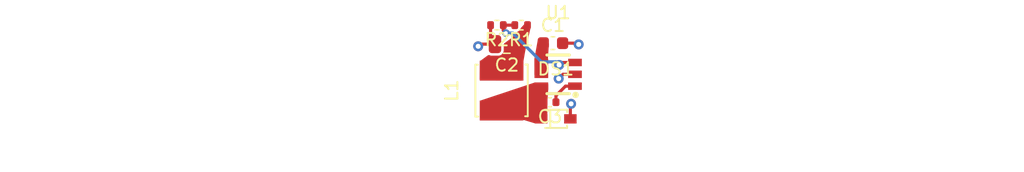
<source format=kicad_pcb>
(kicad_pcb (version 20240108) (generator "pcbnew") (generator_version "8.0")
  (layers (0 "F.Cu" signal) (31 "B.Cu" signal) (34 "B.Paste" user) (35 "F.Paste" user) (36 "B.SilkS" user "B.Silkscreen") (37 "F.SilkS" user "F.Silkscreen") (38 "B.Mask" user) (39 "F.Mask" user) (44 "Edge.Cuts" user))
  (net 0 "")
  (net 1 "sw")
  (net 2 "gnd")
  (net 3 "out")
  (net 4 "cb")
  (net 5 "vcc")
  (net 6 "vcc-1")
  (footprint "lib:R0402" (layer "F.Cu") (at 161.127739 87.992406 180)
    (property "Reference" "R2" (at 0 -1.17 180) (layer "F.SilkS"))
    (property "Value" "62.5mW Thick Film Resistors 50V ±100ppm/℃ ±1% 4.3kΩ 0402  Chip Resistor - Surface Mount ROHS")
    (fp_line (start -0.153641 0.38) (end 0.153641 0.38) (stroke (width 0.12)) (layer "F.SilkS"))
    (fp_line (start -0.153641 -0.38) (end 0.153641 -0.38) (stroke (width 0.12)) (layer "F.SilkS"))
    (pad "1" smd roundrect (at -0.51 0 180) (size 0.54 0.64) (layers "F.Cu" "F.Paste" "F.Mask") (net 3 "out"))
    (pad "2" smd roundrect (at 0.51 0 180) (size 0.54 0.64) (layers "F.Cu" "F.Paste" "F.Mask") (net 2 "gnd"))
  )
  (footprint "lib:C0805" (layer "F.Cu") (at 161.92246 89.514139 180)
    (property "Reference" "C2" (at 0 -1.68 180) (layer "F.SilkS"))
    (property "Value" "25V 10uF X5R ±10% 0805  Multilayer Ceramic Capacitors MLCC - SMD/SMT ROHS")
    (fp_line (start -0.261252 0.735) (end 0.261252 0.735) (stroke (width 0.12)) (layer "F.SilkS"))
    (fp_line (start -0.261252 -0.735) (end 0.261252 -0.735) (stroke (width 0.12)) (layer "F.SilkS"))
    (pad "1" smd roundrect (at -0.95 0 180) (size 1 1.45) (layers "F.Cu" "F.Paste" "F.Mask") (net 6 "vcc-1"))
    (pad "2" smd roundrect (at 0.95 0 180) (size 1 1.45) (layers "F.Cu" "F.Paste" "F.Mask") (net 2 "gnd"))
  )
  (footprint "lib:SOD-323_L1.8-W1.3-LS2.5-RD" (layer "F.Cu") (at 165.848216 95.507903)
    (property "Reference" "DS1" (at 0 -4 0) (layer "F.SilkS"))
    (property "Value" "")
    (fp_line (start -0.85 -0.73) (end 0.91 -0.73) (stroke (width 0.15)) (layer "F.SilkS"))
    (fp_line (start -0.85 0.73) (end 0.91 0.73) (stroke (width 0.15)) (layer "F.SilkS"))
    (fp_line (start -0.44 -0.73) (end -0.44 0.73) (stroke (width 0.15)) (layer "F.SilkS"))
    (fp_line (start 0.91 -0.73) (end 0.91 -0.53) (stroke (width 0.15)) (layer "F.SilkS"))
    (fp_line (start 0.91 0.73) (end 0.91 0.52) (stroke (width 0.15)) (layer "F.SilkS"))
    (pad "1" smd rect (at -1.17 0) (size 1 0.75) (layers "F.Cu" "F.Paste" "F.Mask") (net 1 "sw"))
    (pad "2" smd rect (at 1.17 0) (size 1 0.75) (layers "F.Cu" "F.Paste" "F.Mask") (net 2 "gnd"))
  )
  (footprint "lib:C0603" (layer "F.Cu") (at 165.620952 89.437437)
    (property "Reference" "C1" (at 0 -1.43 0) (layer "F.SilkS"))
    (property "Value" "10V 10uF X5R ±10% 0603  Multilayer Ceramic Capacitors MLCC - SMD/SMT ROHS")
    (fp_line (start -0.14058 -0.51) (end 0.14058 -0.51) (stroke (width 0.12)) (layer "F.SilkS"))
    (fp_line (start -0.14058 0.51) (end 0.14058 0.51) (stroke (width 0.12)) (layer "F.SilkS"))
    (pad "1" smd roundrect (at -0.775 0) (size 0.9 0.95) (layers "F.Cu" "F.Paste" "F.Mask") (net 5 "vcc"))
    (pad "2" smd roundrect (at 0.775 0) (size 0.9 0.95) (layers "F.Cu" "F.Paste" "F.Mask") (net 2 "gnd"))
  )
  (footprint "lib:R0402" (layer "F.Cu") (at 163.071145 87.992406 180)
    (property "Reference" "R1" (at 0 -1.17 180) (layer "F.SilkS"))
    (property "Value" "62.5mW Thick Film Resistors 50V ±100ppm/℃ ±1% 14.3kΩ 0402  Chip Resistor - Surface Mount ROHS")
    (fp_line (start -0.153641 0.38) (end 0.153641 0.38) (stroke (width 0.12)) (layer "F.SilkS"))
    (fp_line (start -0.153641 -0.38) (end 0.153641 -0.38) (stroke (width 0.12)) (layer "F.SilkS"))
    (pad "1" smd roundrect (at -0.51 0 180) (size 0.54 0.64) (layers "F.Cu" "F.Paste" "F.Mask") (net 6 "vcc-1"))
    (pad "2" smd roundrect (at 0.51 0 180) (size 0.54 0.64) (layers "F.Cu" "F.Paste" "F.Mask") (net 3 "out"))
  )
  (footprint "lib:IND-SMD_L4.0-W4.0" (layer "F.Cu") (at 161.500408 93.240832 90)
    (property "Reference" "L1" (at 0 -4 -90) (layer "F.SilkS"))
    (property "Value" "")
    (fp_line (start 2.08 -2.1) (end -2.09 -2.1) (stroke (width 0.15)) (layer "F.SilkS"))
    (fp_line (start -2.09 -2.1) (end -2.09 -1.88) (stroke (width 0.15)) (layer "F.SilkS"))
    (fp_line (start 2.07 -1.9) (end 2.08 -2.1) (stroke (width 0.15)) (layer "F.SilkS"))
    (fp_line (start -2.06 1.89) (end -2.06 2.1) (stroke (width 0.15)) (layer "F.SilkS"))
    (fp_line (start 2.09 2.1) (end 2.09 1.9) (stroke (width 0.15)) (layer "F.SilkS"))
    (fp_line (start -2.06 2.1) (end 2.09 2.1) (stroke (width 0.15)) (layer "F.SilkS"))
    (pad "1" smd rect (at -1.6 0 90) (size 1.6 3.5) (layers "F.Cu" "F.Paste" "F.Mask") (net 1 "sw"))
    (pad "2" smd rect (at 1.6 0 90) (size 1.6 3.5) (layers "F.Cu" "F.Paste" "F.Mask") (net 6 "vcc-1"))
  )
  (footprint "lib:C0402" (layer "F.Cu") (at 165.38238 94.172505 180)
    (property "Reference" "C3" (at 0 -1.16 180) (layer "F.SilkS"))
    (property "Value" "16V 100nF X7R ±10% 0402  Multilayer Ceramic Capacitors MLCC - SMD/SMT ROHS")
    (fp_line (start -0.107836 0.36) (end 0.107836 0.36) (stroke (width 0.12)) (layer "F.SilkS"))
    (fp_line (start -0.107836 -0.36) (end 0.107836 -0.36) (stroke (width 0.12)) (layer "F.SilkS"))
    (pad "1" smd roundrect (at -0.48 0 180) (size 0.56 0.62) (layers "F.Cu" "F.Paste" "F.Mask") (net 4 "cb"))
    (pad "2" smd roundrect (at 0.48 0 180) (size 0.56 0.62) (layers "F.Cu" "F.Paste" "F.Mask") (net 1 "sw"))
  )
  (footprint "lib:SOT-23-6_L2.9-W1.6-P0.95-LS2.8-BR" (layer "F.Cu") (at 166.039 91.936)
    (property "Reference" "U1" (at 0 -4.95 0) (layer "F.SilkS"))
    (property "Value" "")
    (fp_line (start -0.9 -1.55) (end 0.9 -1.55) (stroke (width 0.25)) (layer "F.SilkS"))
    (fp_line (start -0.9 1.55) (end 0.9 1.55) (stroke (width 0.25)) (layer "F.SilkS"))
    (fp_circle (center 1.4 1.65) (end 1.53 1.65) (stroke (width 0.25)) (fill none) (layer "F.SilkS"))
    (pad "1" smd rect (at 1.35 0.95) (size 1.1 0.6) (layers "F.Cu" "F.Paste" "F.Mask") (net 4 "cb"))
    (pad "2" smd rect (at 1.35 0) (size 1.1 0.6) (layers "F.Cu" "F.Paste" "F.Mask") (net 2 "gnd"))
    (pad "3" smd rect (at 1.35 -0.95) (size 1.1 0.6) (layers "F.Cu" "F.Paste" "F.Mask") (net 3 "out"))
    (pad "4" smd rect (at -1.35 -0.95) (size 1.1 0.6) (layers "F.Cu" "F.Paste" "F.Mask") (net 5 "vcc"))
    (pad "5" smd rect (at -1.35 0) (size 1.1 0.6) (layers "F.Cu" "F.Paste" "F.Mask") (net 5 "vcc"))
    (pad "6" smd rect (at -1.35 0.95) (size 1.1 0.6) (layers "F.Cu" "F.Paste" "F.Mask") (net 1 "sw"))
  )
  (segment (start 167.018216 94.360163) (end 167.077115 94.301264) (width 0.25) (layer "F.Cu") (net 2))
  (segment (start 166.395952 89.437437) (end 167.585169 89.437437) (width 0.25) (layer "F.Cu") (net 2))
  (segment (start 166.42555 91.936) (end 166.081153 92.280397) (width 0.25) (layer "F.Cu") (net 2))
  (segment (start 167.585169 89.437437) (end 167.685557 89.537825) (width 0.25) (layer "F.Cu") (net 2))
  (segment (start 160.97246 89.514139) (end 159.796924 89.514139) (width 0.25) (layer "F.Cu") (net 2))
  (segment (start 159.796924 89.514139) (end 159.622396 89.688667) (width 0.25) (layer "F.Cu") (net 2))
  (segment (start 167.389 91.936) (end 166.42555 91.936) (width 0.25) (layer "F.Cu") (net 2))
  (segment (start 160.617739 89.159418) (end 160.97246 89.514139) (width 0.25) (layer "F.Cu") (net 2))
  (segment (start 167.018216 95.507903) (end 167.018216 94.360163) (width 0.25) (layer "F.Cu") (net 2))
  (segment (start 160.617739 87.992406) (end 160.617739 89.159418) (width 0.25) (layer "F.Cu") (net 2))
  (via (at 167.685557 89.537825) (size 0.8) (drill 0.4) (layers "F.Cu" "B.Cu") (net 2))
  (via (at 159.622396 89.688667) (size 0.8) (drill 0.4) (layers "F.Cu" "B.Cu") (net 2))
  (via (at 167.077115 94.301264) (size 0.8) (drill 0.4) (layers "F.Cu" "B.Cu") (net 2))
  (via (at 166.081153 92.280397) (size 0.8) (drill 0.4) (layers "F.Cu" "B.Cu") (net 2))
  (segment (start 167.389 90.986) (end 166.316 90.986) (width 0.25) (layer "F.Cu") (net 3))
  (segment (start 161.637739 88.414612) (end 161.847018 88.623891) (width 0.25) (layer "F.Cu") (net 3))
  (segment (start 161.637739 87.992406) (end 161.637739 88.414612) (width 0.25) (layer "F.Cu") (net 3))
  (segment (start 166.316 90.986) (end 166.116 91.186) (width 0.25) (layer "F.Cu") (net 3))
  (segment (start 162.561145 87.992406) (end 161.637739 87.992406) (width 0.25) (layer "F.Cu") (net 3))
  (via (at 161.847018 88.623891) (size 0.6) (drill 0.3) (layers "F.Cu" "B.Cu") (net 3))
  (via (at 166.116 91.186) (size 0.8) (drill 0.4) (layers "F.Cu" "B.Cu") (net 3))
  (segment (start 162.387238 88.623891) (end 164.695347 90.932) (width 0.25) (layer "B.Cu") (net 3))
  (segment (start 161.847018 88.623891) (end 162.387238 88.623891) (width 0.25) (layer "B.Cu") (net 3))
  (segment (start 165.862 90.932) (end 166.116 91.186) (width 0.25) (layer "B.Cu") (net 3))
  (segment (start 164.695347 90.932) (end 165.862 90.932) (width 0.25) (layer "B.Cu") (net 3))
  (segment (start 165.86238 93.651744) (end 166.628124 92.886) (width 0.25) (layer "F.Cu") (net 4))
  (segment (start 166.628124 92.886) (end 167.389 92.886) (width 0.25) (layer "F.Cu") (net 4))
  (segment (start 165.86238 94.172505) (end 165.86238 93.651744) (width 0.25) (layer "F.Cu") (net 4))
  (zone (net 1) (net_name "sw") (layer "F.Cu") (priority 1) (connect_pads yes (clearance 0.2)) (min_thickness 0.25) (fill yes (thermal_gap 0.5) (thermal_bridge_width 0.5))
    (polygon (pts (xy 164.152815 92.593956) (xy 159.772944 94.049336) (xy 159.772944 95.600826) (xy 163.232905 95.587096) (xy 164.194005 95.875426) (xy 165.168835 95.875426) (xy 165.177145 94.321184) (xy 165.183032 93.98561) (xy 165.243466 93.169721) (xy 165.243466 92.637099)))
  )
  (zone (net 6) (net_name "vcc-1") (layer "F.Cu") (connect_pads yes (clearance 0.2)) (min_thickness 0.25) (fill yes (thermal_gap 0.5) (thermal_bridge_width 0.5))
    (polygon (pts (xy 163.392492 90.089682) (xy 163.254256 90.887199) (xy 163.222355 92.439698) (xy 159.745183 92.429064) (xy 159.76645 90.876565) (xy 162.368371 88.971164) (xy 162.456739 88.866823) (xy 163.349957 87.884) (xy 163.775299 87.792834) (xy 163.817834 88.250077)))
  )
  (zone (net 5) (net_name "vcc") (layer "F.Cu") (priority 2) (connect_pads yes (clearance 0.5)) (min_thickness 0.25) (fill yes (thermal_gap 0.5) (thermal_bridge_width 0.5))
    (polygon (pts (xy 165.217901 90.722067) (xy 165.299515 89.415345) (xy 164.406719 89.165475) (xy 164.132671 90.689181) (xy 164.132671 92.223849) (xy 165.217901 92.212887)))
  )
)
</source>
